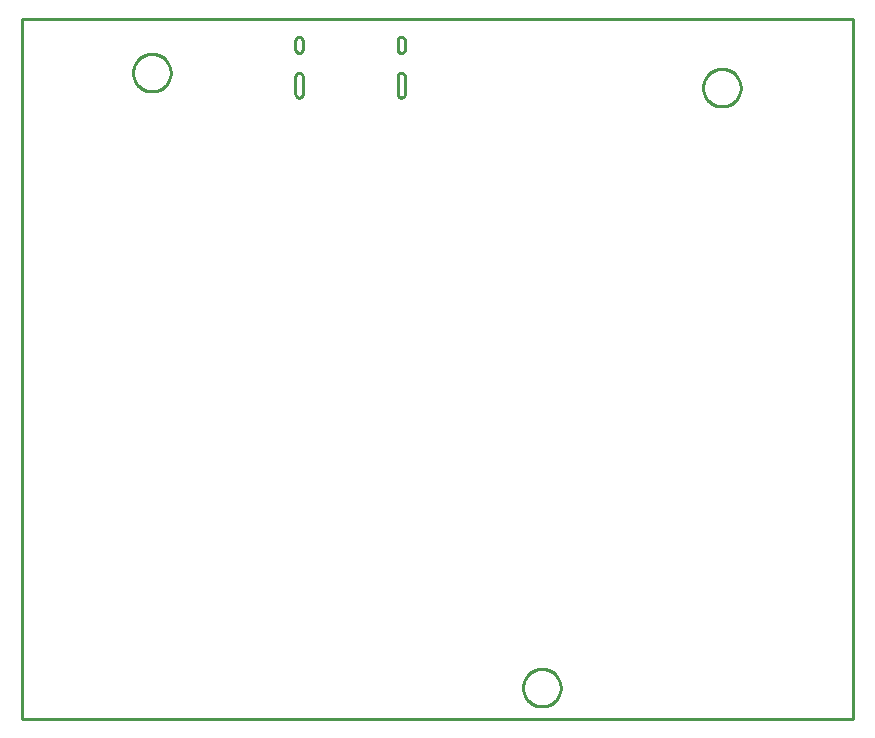
<source format=gko>
G04 EAGLE Gerber RS-274X export*
G75*
%MOMM*%
%FSLAX34Y34*%
%LPD*%
%INBoard Outline*%
%IPPOS*%
%AMOC8*
5,1,8,0,0,1.08239X$1,22.5*%
G01*
%ADD10C,0.000000*%
%ADD11C,0.010000*%
%ADD12C,0.254000*%


D10*
X0Y0D02*
X703000Y0D01*
X703000Y593000D01*
X0Y593000D01*
X0Y0D01*
X576425Y534400D02*
X576430Y534790D01*
X576444Y535179D01*
X576468Y535568D01*
X576501Y535956D01*
X576544Y536343D01*
X576597Y536729D01*
X576659Y537114D01*
X576730Y537497D01*
X576811Y537878D01*
X576901Y538257D01*
X577000Y538634D01*
X577109Y539008D01*
X577226Y539380D01*
X577353Y539748D01*
X577489Y540113D01*
X577633Y540475D01*
X577787Y540833D01*
X577949Y541187D01*
X578120Y541538D01*
X578299Y541883D01*
X578487Y542225D01*
X578684Y542561D01*
X578888Y542893D01*
X579100Y543220D01*
X579321Y543541D01*
X579549Y543857D01*
X579785Y544167D01*
X580028Y544471D01*
X580279Y544769D01*
X580537Y545061D01*
X580803Y545346D01*
X581075Y545625D01*
X581354Y545897D01*
X581639Y546163D01*
X581931Y546421D01*
X582229Y546672D01*
X582533Y546915D01*
X582843Y547151D01*
X583159Y547379D01*
X583480Y547600D01*
X583807Y547812D01*
X584139Y548016D01*
X584475Y548213D01*
X584817Y548401D01*
X585162Y548580D01*
X585513Y548751D01*
X585867Y548913D01*
X586225Y549067D01*
X586587Y549211D01*
X586952Y549347D01*
X587320Y549474D01*
X587692Y549591D01*
X588066Y549700D01*
X588443Y549799D01*
X588822Y549889D01*
X589203Y549970D01*
X589586Y550041D01*
X589971Y550103D01*
X590357Y550156D01*
X590744Y550199D01*
X591132Y550232D01*
X591521Y550256D01*
X591910Y550270D01*
X592300Y550275D01*
X592690Y550270D01*
X593079Y550256D01*
X593468Y550232D01*
X593856Y550199D01*
X594243Y550156D01*
X594629Y550103D01*
X595014Y550041D01*
X595397Y549970D01*
X595778Y549889D01*
X596157Y549799D01*
X596534Y549700D01*
X596908Y549591D01*
X597280Y549474D01*
X597648Y549347D01*
X598013Y549211D01*
X598375Y549067D01*
X598733Y548913D01*
X599087Y548751D01*
X599438Y548580D01*
X599783Y548401D01*
X600125Y548213D01*
X600461Y548016D01*
X600793Y547812D01*
X601120Y547600D01*
X601441Y547379D01*
X601757Y547151D01*
X602067Y546915D01*
X602371Y546672D01*
X602669Y546421D01*
X602961Y546163D01*
X603246Y545897D01*
X603525Y545625D01*
X603797Y545346D01*
X604063Y545061D01*
X604321Y544769D01*
X604572Y544471D01*
X604815Y544167D01*
X605051Y543857D01*
X605279Y543541D01*
X605500Y543220D01*
X605712Y542893D01*
X605916Y542561D01*
X606113Y542225D01*
X606301Y541883D01*
X606480Y541538D01*
X606651Y541187D01*
X606813Y540833D01*
X606967Y540475D01*
X607111Y540113D01*
X607247Y539748D01*
X607374Y539380D01*
X607491Y539008D01*
X607600Y538634D01*
X607699Y538257D01*
X607789Y537878D01*
X607870Y537497D01*
X607941Y537114D01*
X608003Y536729D01*
X608056Y536343D01*
X608099Y535956D01*
X608132Y535568D01*
X608156Y535179D01*
X608170Y534790D01*
X608175Y534400D01*
X608170Y534010D01*
X608156Y533621D01*
X608132Y533232D01*
X608099Y532844D01*
X608056Y532457D01*
X608003Y532071D01*
X607941Y531686D01*
X607870Y531303D01*
X607789Y530922D01*
X607699Y530543D01*
X607600Y530166D01*
X607491Y529792D01*
X607374Y529420D01*
X607247Y529052D01*
X607111Y528687D01*
X606967Y528325D01*
X606813Y527967D01*
X606651Y527613D01*
X606480Y527262D01*
X606301Y526917D01*
X606113Y526575D01*
X605916Y526239D01*
X605712Y525907D01*
X605500Y525580D01*
X605279Y525259D01*
X605051Y524943D01*
X604815Y524633D01*
X604572Y524329D01*
X604321Y524031D01*
X604063Y523739D01*
X603797Y523454D01*
X603525Y523175D01*
X603246Y522903D01*
X602961Y522637D01*
X602669Y522379D01*
X602371Y522128D01*
X602067Y521885D01*
X601757Y521649D01*
X601441Y521421D01*
X601120Y521200D01*
X600793Y520988D01*
X600461Y520784D01*
X600125Y520587D01*
X599783Y520399D01*
X599438Y520220D01*
X599087Y520049D01*
X598733Y519887D01*
X598375Y519733D01*
X598013Y519589D01*
X597648Y519453D01*
X597280Y519326D01*
X596908Y519209D01*
X596534Y519100D01*
X596157Y519001D01*
X595778Y518911D01*
X595397Y518830D01*
X595014Y518759D01*
X594629Y518697D01*
X594243Y518644D01*
X593856Y518601D01*
X593468Y518568D01*
X593079Y518544D01*
X592690Y518530D01*
X592300Y518525D01*
X591910Y518530D01*
X591521Y518544D01*
X591132Y518568D01*
X590744Y518601D01*
X590357Y518644D01*
X589971Y518697D01*
X589586Y518759D01*
X589203Y518830D01*
X588822Y518911D01*
X588443Y519001D01*
X588066Y519100D01*
X587692Y519209D01*
X587320Y519326D01*
X586952Y519453D01*
X586587Y519589D01*
X586225Y519733D01*
X585867Y519887D01*
X585513Y520049D01*
X585162Y520220D01*
X584817Y520399D01*
X584475Y520587D01*
X584139Y520784D01*
X583807Y520988D01*
X583480Y521200D01*
X583159Y521421D01*
X582843Y521649D01*
X582533Y521885D01*
X582229Y522128D01*
X581931Y522379D01*
X581639Y522637D01*
X581354Y522903D01*
X581075Y523175D01*
X580803Y523454D01*
X580537Y523739D01*
X580279Y524031D01*
X580028Y524329D01*
X579785Y524633D01*
X579549Y524943D01*
X579321Y525259D01*
X579100Y525580D01*
X578888Y525907D01*
X578684Y526239D01*
X578487Y526575D01*
X578299Y526917D01*
X578120Y527262D01*
X577949Y527613D01*
X577787Y527967D01*
X577633Y528325D01*
X577489Y528687D01*
X577353Y529052D01*
X577226Y529420D01*
X577109Y529792D01*
X577000Y530166D01*
X576901Y530543D01*
X576811Y530922D01*
X576730Y531303D01*
X576659Y531686D01*
X576597Y532071D01*
X576544Y532457D01*
X576501Y532844D01*
X576468Y533232D01*
X576444Y533621D01*
X576430Y534010D01*
X576425Y534400D01*
X93825Y547100D02*
X93830Y547490D01*
X93844Y547879D01*
X93868Y548268D01*
X93901Y548656D01*
X93944Y549043D01*
X93997Y549429D01*
X94059Y549814D01*
X94130Y550197D01*
X94211Y550578D01*
X94301Y550957D01*
X94400Y551334D01*
X94509Y551708D01*
X94626Y552080D01*
X94753Y552448D01*
X94889Y552813D01*
X95033Y553175D01*
X95187Y553533D01*
X95349Y553887D01*
X95520Y554238D01*
X95699Y554583D01*
X95887Y554925D01*
X96084Y555261D01*
X96288Y555593D01*
X96500Y555920D01*
X96721Y556241D01*
X96949Y556557D01*
X97185Y556867D01*
X97428Y557171D01*
X97679Y557469D01*
X97937Y557761D01*
X98203Y558046D01*
X98475Y558325D01*
X98754Y558597D01*
X99039Y558863D01*
X99331Y559121D01*
X99629Y559372D01*
X99933Y559615D01*
X100243Y559851D01*
X100559Y560079D01*
X100880Y560300D01*
X101207Y560512D01*
X101539Y560716D01*
X101875Y560913D01*
X102217Y561101D01*
X102562Y561280D01*
X102913Y561451D01*
X103267Y561613D01*
X103625Y561767D01*
X103987Y561911D01*
X104352Y562047D01*
X104720Y562174D01*
X105092Y562291D01*
X105466Y562400D01*
X105843Y562499D01*
X106222Y562589D01*
X106603Y562670D01*
X106986Y562741D01*
X107371Y562803D01*
X107757Y562856D01*
X108144Y562899D01*
X108532Y562932D01*
X108921Y562956D01*
X109310Y562970D01*
X109700Y562975D01*
X110090Y562970D01*
X110479Y562956D01*
X110868Y562932D01*
X111256Y562899D01*
X111643Y562856D01*
X112029Y562803D01*
X112414Y562741D01*
X112797Y562670D01*
X113178Y562589D01*
X113557Y562499D01*
X113934Y562400D01*
X114308Y562291D01*
X114680Y562174D01*
X115048Y562047D01*
X115413Y561911D01*
X115775Y561767D01*
X116133Y561613D01*
X116487Y561451D01*
X116838Y561280D01*
X117183Y561101D01*
X117525Y560913D01*
X117861Y560716D01*
X118193Y560512D01*
X118520Y560300D01*
X118841Y560079D01*
X119157Y559851D01*
X119467Y559615D01*
X119771Y559372D01*
X120069Y559121D01*
X120361Y558863D01*
X120646Y558597D01*
X120925Y558325D01*
X121197Y558046D01*
X121463Y557761D01*
X121721Y557469D01*
X121972Y557171D01*
X122215Y556867D01*
X122451Y556557D01*
X122679Y556241D01*
X122900Y555920D01*
X123112Y555593D01*
X123316Y555261D01*
X123513Y554925D01*
X123701Y554583D01*
X123880Y554238D01*
X124051Y553887D01*
X124213Y553533D01*
X124367Y553175D01*
X124511Y552813D01*
X124647Y552448D01*
X124774Y552080D01*
X124891Y551708D01*
X125000Y551334D01*
X125099Y550957D01*
X125189Y550578D01*
X125270Y550197D01*
X125341Y549814D01*
X125403Y549429D01*
X125456Y549043D01*
X125499Y548656D01*
X125532Y548268D01*
X125556Y547879D01*
X125570Y547490D01*
X125575Y547100D01*
X125570Y546710D01*
X125556Y546321D01*
X125532Y545932D01*
X125499Y545544D01*
X125456Y545157D01*
X125403Y544771D01*
X125341Y544386D01*
X125270Y544003D01*
X125189Y543622D01*
X125099Y543243D01*
X125000Y542866D01*
X124891Y542492D01*
X124774Y542120D01*
X124647Y541752D01*
X124511Y541387D01*
X124367Y541025D01*
X124213Y540667D01*
X124051Y540313D01*
X123880Y539962D01*
X123701Y539617D01*
X123513Y539275D01*
X123316Y538939D01*
X123112Y538607D01*
X122900Y538280D01*
X122679Y537959D01*
X122451Y537643D01*
X122215Y537333D01*
X121972Y537029D01*
X121721Y536731D01*
X121463Y536439D01*
X121197Y536154D01*
X120925Y535875D01*
X120646Y535603D01*
X120361Y535337D01*
X120069Y535079D01*
X119771Y534828D01*
X119467Y534585D01*
X119157Y534349D01*
X118841Y534121D01*
X118520Y533900D01*
X118193Y533688D01*
X117861Y533484D01*
X117525Y533287D01*
X117183Y533099D01*
X116838Y532920D01*
X116487Y532749D01*
X116133Y532587D01*
X115775Y532433D01*
X115413Y532289D01*
X115048Y532153D01*
X114680Y532026D01*
X114308Y531909D01*
X113934Y531800D01*
X113557Y531701D01*
X113178Y531611D01*
X112797Y531530D01*
X112414Y531459D01*
X112029Y531397D01*
X111643Y531344D01*
X111256Y531301D01*
X110868Y531268D01*
X110479Y531244D01*
X110090Y531230D01*
X109700Y531225D01*
X109310Y531230D01*
X108921Y531244D01*
X108532Y531268D01*
X108144Y531301D01*
X107757Y531344D01*
X107371Y531397D01*
X106986Y531459D01*
X106603Y531530D01*
X106222Y531611D01*
X105843Y531701D01*
X105466Y531800D01*
X105092Y531909D01*
X104720Y532026D01*
X104352Y532153D01*
X103987Y532289D01*
X103625Y532433D01*
X103267Y532587D01*
X102913Y532749D01*
X102562Y532920D01*
X102217Y533099D01*
X101875Y533287D01*
X101539Y533484D01*
X101207Y533688D01*
X100880Y533900D01*
X100559Y534121D01*
X100243Y534349D01*
X99933Y534585D01*
X99629Y534828D01*
X99331Y535079D01*
X99039Y535337D01*
X98754Y535603D01*
X98475Y535875D01*
X98203Y536154D01*
X97937Y536439D01*
X97679Y536731D01*
X97428Y537029D01*
X97185Y537333D01*
X96949Y537643D01*
X96721Y537959D01*
X96500Y538280D01*
X96288Y538607D01*
X96084Y538939D01*
X95887Y539275D01*
X95699Y539617D01*
X95520Y539962D01*
X95349Y540313D01*
X95187Y540667D01*
X95033Y541025D01*
X94889Y541387D01*
X94753Y541752D01*
X94626Y542120D01*
X94509Y542492D01*
X94400Y542866D01*
X94301Y543243D01*
X94211Y543622D01*
X94130Y544003D01*
X94059Y544386D01*
X93997Y544771D01*
X93944Y545157D01*
X93901Y545544D01*
X93868Y545932D01*
X93844Y546321D01*
X93830Y546710D01*
X93825Y547100D01*
X424025Y26400D02*
X424030Y26790D01*
X424044Y27179D01*
X424068Y27568D01*
X424101Y27956D01*
X424144Y28343D01*
X424197Y28729D01*
X424259Y29114D01*
X424330Y29497D01*
X424411Y29878D01*
X424501Y30257D01*
X424600Y30634D01*
X424709Y31008D01*
X424826Y31380D01*
X424953Y31748D01*
X425089Y32113D01*
X425233Y32475D01*
X425387Y32833D01*
X425549Y33187D01*
X425720Y33538D01*
X425899Y33883D01*
X426087Y34225D01*
X426284Y34561D01*
X426488Y34893D01*
X426700Y35220D01*
X426921Y35541D01*
X427149Y35857D01*
X427385Y36167D01*
X427628Y36471D01*
X427879Y36769D01*
X428137Y37061D01*
X428403Y37346D01*
X428675Y37625D01*
X428954Y37897D01*
X429239Y38163D01*
X429531Y38421D01*
X429829Y38672D01*
X430133Y38915D01*
X430443Y39151D01*
X430759Y39379D01*
X431080Y39600D01*
X431407Y39812D01*
X431739Y40016D01*
X432075Y40213D01*
X432417Y40401D01*
X432762Y40580D01*
X433113Y40751D01*
X433467Y40913D01*
X433825Y41067D01*
X434187Y41211D01*
X434552Y41347D01*
X434920Y41474D01*
X435292Y41591D01*
X435666Y41700D01*
X436043Y41799D01*
X436422Y41889D01*
X436803Y41970D01*
X437186Y42041D01*
X437571Y42103D01*
X437957Y42156D01*
X438344Y42199D01*
X438732Y42232D01*
X439121Y42256D01*
X439510Y42270D01*
X439900Y42275D01*
X440290Y42270D01*
X440679Y42256D01*
X441068Y42232D01*
X441456Y42199D01*
X441843Y42156D01*
X442229Y42103D01*
X442614Y42041D01*
X442997Y41970D01*
X443378Y41889D01*
X443757Y41799D01*
X444134Y41700D01*
X444508Y41591D01*
X444880Y41474D01*
X445248Y41347D01*
X445613Y41211D01*
X445975Y41067D01*
X446333Y40913D01*
X446687Y40751D01*
X447038Y40580D01*
X447383Y40401D01*
X447725Y40213D01*
X448061Y40016D01*
X448393Y39812D01*
X448720Y39600D01*
X449041Y39379D01*
X449357Y39151D01*
X449667Y38915D01*
X449971Y38672D01*
X450269Y38421D01*
X450561Y38163D01*
X450846Y37897D01*
X451125Y37625D01*
X451397Y37346D01*
X451663Y37061D01*
X451921Y36769D01*
X452172Y36471D01*
X452415Y36167D01*
X452651Y35857D01*
X452879Y35541D01*
X453100Y35220D01*
X453312Y34893D01*
X453516Y34561D01*
X453713Y34225D01*
X453901Y33883D01*
X454080Y33538D01*
X454251Y33187D01*
X454413Y32833D01*
X454567Y32475D01*
X454711Y32113D01*
X454847Y31748D01*
X454974Y31380D01*
X455091Y31008D01*
X455200Y30634D01*
X455299Y30257D01*
X455389Y29878D01*
X455470Y29497D01*
X455541Y29114D01*
X455603Y28729D01*
X455656Y28343D01*
X455699Y27956D01*
X455732Y27568D01*
X455756Y27179D01*
X455770Y26790D01*
X455775Y26400D01*
X455770Y26010D01*
X455756Y25621D01*
X455732Y25232D01*
X455699Y24844D01*
X455656Y24457D01*
X455603Y24071D01*
X455541Y23686D01*
X455470Y23303D01*
X455389Y22922D01*
X455299Y22543D01*
X455200Y22166D01*
X455091Y21792D01*
X454974Y21420D01*
X454847Y21052D01*
X454711Y20687D01*
X454567Y20325D01*
X454413Y19967D01*
X454251Y19613D01*
X454080Y19262D01*
X453901Y18917D01*
X453713Y18575D01*
X453516Y18239D01*
X453312Y17907D01*
X453100Y17580D01*
X452879Y17259D01*
X452651Y16943D01*
X452415Y16633D01*
X452172Y16329D01*
X451921Y16031D01*
X451663Y15739D01*
X451397Y15454D01*
X451125Y15175D01*
X450846Y14903D01*
X450561Y14637D01*
X450269Y14379D01*
X449971Y14128D01*
X449667Y13885D01*
X449357Y13649D01*
X449041Y13421D01*
X448720Y13200D01*
X448393Y12988D01*
X448061Y12784D01*
X447725Y12587D01*
X447383Y12399D01*
X447038Y12220D01*
X446687Y12049D01*
X446333Y11887D01*
X445975Y11733D01*
X445613Y11589D01*
X445248Y11453D01*
X444880Y11326D01*
X444508Y11209D01*
X444134Y11100D01*
X443757Y11001D01*
X443378Y10911D01*
X442997Y10830D01*
X442614Y10759D01*
X442229Y10697D01*
X441843Y10644D01*
X441456Y10601D01*
X441068Y10568D01*
X440679Y10544D01*
X440290Y10530D01*
X439900Y10525D01*
X439510Y10530D01*
X439121Y10544D01*
X438732Y10568D01*
X438344Y10601D01*
X437957Y10644D01*
X437571Y10697D01*
X437186Y10759D01*
X436803Y10830D01*
X436422Y10911D01*
X436043Y11001D01*
X435666Y11100D01*
X435292Y11209D01*
X434920Y11326D01*
X434552Y11453D01*
X434187Y11589D01*
X433825Y11733D01*
X433467Y11887D01*
X433113Y12049D01*
X432762Y12220D01*
X432417Y12399D01*
X432075Y12587D01*
X431739Y12784D01*
X431407Y12988D01*
X431080Y13200D01*
X430759Y13421D01*
X430443Y13649D01*
X430133Y13885D01*
X429829Y14128D01*
X429531Y14379D01*
X429239Y14637D01*
X428954Y14903D01*
X428675Y15175D01*
X428403Y15454D01*
X428137Y15739D01*
X427879Y16031D01*
X427628Y16329D01*
X427385Y16633D01*
X427149Y16943D01*
X426921Y17259D01*
X426700Y17580D01*
X426488Y17907D01*
X426284Y18239D01*
X426087Y18575D01*
X425899Y18917D01*
X425720Y19262D01*
X425549Y19613D01*
X425387Y19967D01*
X425233Y20325D01*
X425089Y20687D01*
X424953Y21052D01*
X424826Y21420D01*
X424709Y21792D01*
X424600Y22166D01*
X424501Y22543D01*
X424411Y22922D01*
X424330Y23303D01*
X424259Y23686D01*
X424197Y24071D01*
X424144Y24457D01*
X424101Y24844D01*
X424068Y25232D01*
X424044Y25621D01*
X424030Y26010D01*
X424025Y26400D01*
D11*
X317750Y566850D02*
X317750Y574350D01*
X323750Y574350D02*
X323750Y566850D01*
X323748Y566742D01*
X323742Y566634D01*
X323732Y566526D01*
X323719Y566418D01*
X323701Y566311D01*
X323680Y566205D01*
X323655Y566100D01*
X323626Y565995D01*
X323593Y565892D01*
X323557Y565790D01*
X323516Y565689D01*
X323473Y565590D01*
X323425Y565493D01*
X323375Y565397D01*
X323321Y565303D01*
X323263Y565212D01*
X323202Y565122D01*
X323138Y565034D01*
X323071Y564949D01*
X323001Y564867D01*
X322928Y564787D01*
X322852Y564710D01*
X322773Y564635D01*
X322692Y564564D01*
X322608Y564495D01*
X322522Y564429D01*
X322434Y564367D01*
X322343Y564308D01*
X322250Y564252D01*
X322155Y564199D01*
X322059Y564150D01*
X321960Y564105D01*
X321860Y564063D01*
X321759Y564025D01*
X321656Y563990D01*
X321553Y563959D01*
X321448Y563932D01*
X321342Y563909D01*
X321235Y563890D01*
X321128Y563874D01*
X321020Y563862D01*
X320912Y563854D01*
X320804Y563850D01*
X320696Y563850D01*
X320588Y563854D01*
X320480Y563862D01*
X320372Y563874D01*
X320265Y563890D01*
X320158Y563909D01*
X320052Y563932D01*
X319947Y563959D01*
X319844Y563990D01*
X319741Y564025D01*
X319640Y564063D01*
X319540Y564105D01*
X319441Y564150D01*
X319345Y564199D01*
X319250Y564252D01*
X319157Y564308D01*
X319066Y564367D01*
X318978Y564429D01*
X318892Y564495D01*
X318808Y564564D01*
X318727Y564635D01*
X318648Y564710D01*
X318572Y564787D01*
X318499Y564867D01*
X318429Y564949D01*
X318362Y565034D01*
X318298Y565122D01*
X318237Y565212D01*
X318179Y565303D01*
X318125Y565397D01*
X318075Y565493D01*
X318027Y565590D01*
X317984Y565689D01*
X317943Y565790D01*
X317907Y565892D01*
X317874Y565995D01*
X317845Y566100D01*
X317820Y566205D01*
X317799Y566311D01*
X317781Y566418D01*
X317768Y566526D01*
X317758Y566634D01*
X317752Y566742D01*
X317750Y566850D01*
X317750Y574350D02*
X317752Y574458D01*
X317758Y574566D01*
X317768Y574674D01*
X317781Y574782D01*
X317799Y574889D01*
X317820Y574995D01*
X317845Y575100D01*
X317874Y575205D01*
X317907Y575308D01*
X317943Y575410D01*
X317984Y575511D01*
X318027Y575610D01*
X318075Y575707D01*
X318125Y575803D01*
X318179Y575897D01*
X318237Y575988D01*
X318298Y576078D01*
X318362Y576166D01*
X318429Y576251D01*
X318499Y576333D01*
X318572Y576413D01*
X318648Y576490D01*
X318727Y576565D01*
X318808Y576636D01*
X318892Y576705D01*
X318978Y576771D01*
X319066Y576833D01*
X319157Y576892D01*
X319250Y576948D01*
X319345Y577001D01*
X319441Y577050D01*
X319540Y577095D01*
X319640Y577137D01*
X319741Y577175D01*
X319844Y577210D01*
X319947Y577241D01*
X320052Y577268D01*
X320158Y577291D01*
X320265Y577310D01*
X320372Y577326D01*
X320480Y577338D01*
X320588Y577346D01*
X320696Y577350D01*
X320804Y577350D01*
X320912Y577346D01*
X321020Y577338D01*
X321128Y577326D01*
X321235Y577310D01*
X321342Y577291D01*
X321448Y577268D01*
X321553Y577241D01*
X321656Y577210D01*
X321759Y577175D01*
X321860Y577137D01*
X321960Y577095D01*
X322059Y577050D01*
X322155Y577001D01*
X322250Y576948D01*
X322343Y576892D01*
X322434Y576833D01*
X322522Y576771D01*
X322608Y576705D01*
X322692Y576636D01*
X322773Y576565D01*
X322852Y576490D01*
X322928Y576413D01*
X323001Y576333D01*
X323071Y576251D01*
X323138Y576166D01*
X323202Y576078D01*
X323263Y575988D01*
X323321Y575897D01*
X323375Y575803D01*
X323425Y575707D01*
X323473Y575610D01*
X323516Y575511D01*
X323557Y575410D01*
X323593Y575308D01*
X323626Y575205D01*
X323655Y575100D01*
X323680Y574995D01*
X323701Y574889D01*
X323719Y574782D01*
X323732Y574674D01*
X323742Y574566D01*
X323748Y574458D01*
X323750Y574350D01*
X231250Y544050D02*
X231250Y529050D01*
X237250Y529050D02*
X237250Y544050D01*
X237250Y529050D02*
X237248Y528942D01*
X237242Y528834D01*
X237232Y528726D01*
X237219Y528618D01*
X237201Y528511D01*
X237180Y528405D01*
X237155Y528300D01*
X237126Y528195D01*
X237093Y528092D01*
X237057Y527990D01*
X237016Y527889D01*
X236973Y527790D01*
X236925Y527693D01*
X236875Y527597D01*
X236821Y527503D01*
X236763Y527412D01*
X236702Y527322D01*
X236638Y527234D01*
X236571Y527149D01*
X236501Y527067D01*
X236428Y526987D01*
X236352Y526910D01*
X236273Y526835D01*
X236192Y526764D01*
X236108Y526695D01*
X236022Y526629D01*
X235934Y526567D01*
X235843Y526508D01*
X235750Y526452D01*
X235655Y526399D01*
X235559Y526350D01*
X235460Y526305D01*
X235360Y526263D01*
X235259Y526225D01*
X235156Y526190D01*
X235053Y526159D01*
X234948Y526132D01*
X234842Y526109D01*
X234735Y526090D01*
X234628Y526074D01*
X234520Y526062D01*
X234412Y526054D01*
X234304Y526050D01*
X234196Y526050D01*
X234088Y526054D01*
X233980Y526062D01*
X233872Y526074D01*
X233765Y526090D01*
X233658Y526109D01*
X233552Y526132D01*
X233447Y526159D01*
X233344Y526190D01*
X233241Y526225D01*
X233140Y526263D01*
X233040Y526305D01*
X232941Y526350D01*
X232845Y526399D01*
X232750Y526452D01*
X232657Y526508D01*
X232566Y526567D01*
X232478Y526629D01*
X232392Y526695D01*
X232308Y526764D01*
X232227Y526835D01*
X232148Y526910D01*
X232072Y526987D01*
X231999Y527067D01*
X231929Y527149D01*
X231862Y527234D01*
X231798Y527322D01*
X231737Y527412D01*
X231679Y527503D01*
X231625Y527597D01*
X231575Y527693D01*
X231527Y527790D01*
X231484Y527889D01*
X231443Y527990D01*
X231407Y528092D01*
X231374Y528195D01*
X231345Y528300D01*
X231320Y528405D01*
X231299Y528511D01*
X231281Y528618D01*
X231268Y528726D01*
X231258Y528834D01*
X231252Y528942D01*
X231250Y529050D01*
X231250Y544050D02*
X231252Y544158D01*
X231258Y544266D01*
X231268Y544374D01*
X231281Y544482D01*
X231299Y544589D01*
X231320Y544695D01*
X231345Y544800D01*
X231374Y544905D01*
X231407Y545008D01*
X231443Y545110D01*
X231484Y545211D01*
X231527Y545310D01*
X231575Y545407D01*
X231625Y545503D01*
X231679Y545597D01*
X231737Y545688D01*
X231798Y545778D01*
X231862Y545866D01*
X231929Y545951D01*
X231999Y546033D01*
X232072Y546113D01*
X232148Y546190D01*
X232227Y546265D01*
X232308Y546336D01*
X232392Y546405D01*
X232478Y546471D01*
X232566Y546533D01*
X232657Y546592D01*
X232750Y546648D01*
X232845Y546701D01*
X232941Y546750D01*
X233040Y546795D01*
X233140Y546837D01*
X233241Y546875D01*
X233344Y546910D01*
X233447Y546941D01*
X233552Y546968D01*
X233658Y546991D01*
X233765Y547010D01*
X233872Y547026D01*
X233980Y547038D01*
X234088Y547046D01*
X234196Y547050D01*
X234304Y547050D01*
X234412Y547046D01*
X234520Y547038D01*
X234628Y547026D01*
X234735Y547010D01*
X234842Y546991D01*
X234948Y546968D01*
X235053Y546941D01*
X235156Y546910D01*
X235259Y546875D01*
X235360Y546837D01*
X235460Y546795D01*
X235559Y546750D01*
X235655Y546701D01*
X235750Y546648D01*
X235843Y546592D01*
X235934Y546533D01*
X236022Y546471D01*
X236108Y546405D01*
X236192Y546336D01*
X236273Y546265D01*
X236352Y546190D01*
X236428Y546113D01*
X236501Y546033D01*
X236571Y545951D01*
X236638Y545866D01*
X236702Y545778D01*
X236763Y545688D01*
X236821Y545597D01*
X236875Y545503D01*
X236925Y545407D01*
X236973Y545310D01*
X237016Y545211D01*
X237057Y545110D01*
X237093Y545008D01*
X237126Y544905D01*
X237155Y544800D01*
X237180Y544695D01*
X237201Y544589D01*
X237219Y544482D01*
X237232Y544374D01*
X237242Y544266D01*
X237248Y544158D01*
X237250Y544050D01*
X231250Y566850D02*
X231250Y574350D01*
X237250Y574350D02*
X237250Y566850D01*
X237248Y566742D01*
X237242Y566634D01*
X237232Y566526D01*
X237219Y566418D01*
X237201Y566311D01*
X237180Y566205D01*
X237155Y566100D01*
X237126Y565995D01*
X237093Y565892D01*
X237057Y565790D01*
X237016Y565689D01*
X236973Y565590D01*
X236925Y565493D01*
X236875Y565397D01*
X236821Y565303D01*
X236763Y565212D01*
X236702Y565122D01*
X236638Y565034D01*
X236571Y564949D01*
X236501Y564867D01*
X236428Y564787D01*
X236352Y564710D01*
X236273Y564635D01*
X236192Y564564D01*
X236108Y564495D01*
X236022Y564429D01*
X235934Y564367D01*
X235843Y564308D01*
X235750Y564252D01*
X235655Y564199D01*
X235559Y564150D01*
X235460Y564105D01*
X235360Y564063D01*
X235259Y564025D01*
X235156Y563990D01*
X235053Y563959D01*
X234948Y563932D01*
X234842Y563909D01*
X234735Y563890D01*
X234628Y563874D01*
X234520Y563862D01*
X234412Y563854D01*
X234304Y563850D01*
X234196Y563850D01*
X234088Y563854D01*
X233980Y563862D01*
X233872Y563874D01*
X233765Y563890D01*
X233658Y563909D01*
X233552Y563932D01*
X233447Y563959D01*
X233344Y563990D01*
X233241Y564025D01*
X233140Y564063D01*
X233040Y564105D01*
X232941Y564150D01*
X232845Y564199D01*
X232750Y564252D01*
X232657Y564308D01*
X232566Y564367D01*
X232478Y564429D01*
X232392Y564495D01*
X232308Y564564D01*
X232227Y564635D01*
X232148Y564710D01*
X232072Y564787D01*
X231999Y564867D01*
X231929Y564949D01*
X231862Y565034D01*
X231798Y565122D01*
X231737Y565212D01*
X231679Y565303D01*
X231625Y565397D01*
X231575Y565493D01*
X231527Y565590D01*
X231484Y565689D01*
X231443Y565790D01*
X231407Y565892D01*
X231374Y565995D01*
X231345Y566100D01*
X231320Y566205D01*
X231299Y566311D01*
X231281Y566418D01*
X231268Y566526D01*
X231258Y566634D01*
X231252Y566742D01*
X231250Y566850D01*
X231250Y574350D02*
X231252Y574458D01*
X231258Y574566D01*
X231268Y574674D01*
X231281Y574782D01*
X231299Y574889D01*
X231320Y574995D01*
X231345Y575100D01*
X231374Y575205D01*
X231407Y575308D01*
X231443Y575410D01*
X231484Y575511D01*
X231527Y575610D01*
X231575Y575707D01*
X231625Y575803D01*
X231679Y575897D01*
X231737Y575988D01*
X231798Y576078D01*
X231862Y576166D01*
X231929Y576251D01*
X231999Y576333D01*
X232072Y576413D01*
X232148Y576490D01*
X232227Y576565D01*
X232308Y576636D01*
X232392Y576705D01*
X232478Y576771D01*
X232566Y576833D01*
X232657Y576892D01*
X232750Y576948D01*
X232845Y577001D01*
X232941Y577050D01*
X233040Y577095D01*
X233140Y577137D01*
X233241Y577175D01*
X233344Y577210D01*
X233447Y577241D01*
X233552Y577268D01*
X233658Y577291D01*
X233765Y577310D01*
X233872Y577326D01*
X233980Y577338D01*
X234088Y577346D01*
X234196Y577350D01*
X234304Y577350D01*
X234412Y577346D01*
X234520Y577338D01*
X234628Y577326D01*
X234735Y577310D01*
X234842Y577291D01*
X234948Y577268D01*
X235053Y577241D01*
X235156Y577210D01*
X235259Y577175D01*
X235360Y577137D01*
X235460Y577095D01*
X235559Y577050D01*
X235655Y577001D01*
X235750Y576948D01*
X235843Y576892D01*
X235934Y576833D01*
X236022Y576771D01*
X236108Y576705D01*
X236192Y576636D01*
X236273Y576565D01*
X236352Y576490D01*
X236428Y576413D01*
X236501Y576333D01*
X236571Y576251D01*
X236638Y576166D01*
X236702Y576078D01*
X236763Y575988D01*
X236821Y575897D01*
X236875Y575803D01*
X236925Y575707D01*
X236973Y575610D01*
X237016Y575511D01*
X237057Y575410D01*
X237093Y575308D01*
X237126Y575205D01*
X237155Y575100D01*
X237180Y574995D01*
X237201Y574889D01*
X237219Y574782D01*
X237232Y574674D01*
X237242Y574566D01*
X237248Y574458D01*
X237250Y574350D01*
X317750Y544050D02*
X317750Y529050D01*
X323750Y529050D02*
X323750Y544050D01*
X323750Y529050D02*
X323748Y528942D01*
X323742Y528834D01*
X323732Y528726D01*
X323719Y528618D01*
X323701Y528511D01*
X323680Y528405D01*
X323655Y528300D01*
X323626Y528195D01*
X323593Y528092D01*
X323557Y527990D01*
X323516Y527889D01*
X323473Y527790D01*
X323425Y527693D01*
X323375Y527597D01*
X323321Y527503D01*
X323263Y527412D01*
X323202Y527322D01*
X323138Y527234D01*
X323071Y527149D01*
X323001Y527067D01*
X322928Y526987D01*
X322852Y526910D01*
X322773Y526835D01*
X322692Y526764D01*
X322608Y526695D01*
X322522Y526629D01*
X322434Y526567D01*
X322343Y526508D01*
X322250Y526452D01*
X322155Y526399D01*
X322059Y526350D01*
X321960Y526305D01*
X321860Y526263D01*
X321759Y526225D01*
X321656Y526190D01*
X321553Y526159D01*
X321448Y526132D01*
X321342Y526109D01*
X321235Y526090D01*
X321128Y526074D01*
X321020Y526062D01*
X320912Y526054D01*
X320804Y526050D01*
X320696Y526050D01*
X320588Y526054D01*
X320480Y526062D01*
X320372Y526074D01*
X320265Y526090D01*
X320158Y526109D01*
X320052Y526132D01*
X319947Y526159D01*
X319844Y526190D01*
X319741Y526225D01*
X319640Y526263D01*
X319540Y526305D01*
X319441Y526350D01*
X319345Y526399D01*
X319250Y526452D01*
X319157Y526508D01*
X319066Y526567D01*
X318978Y526629D01*
X318892Y526695D01*
X318808Y526764D01*
X318727Y526835D01*
X318648Y526910D01*
X318572Y526987D01*
X318499Y527067D01*
X318429Y527149D01*
X318362Y527234D01*
X318298Y527322D01*
X318237Y527412D01*
X318179Y527503D01*
X318125Y527597D01*
X318075Y527693D01*
X318027Y527790D01*
X317984Y527889D01*
X317943Y527990D01*
X317907Y528092D01*
X317874Y528195D01*
X317845Y528300D01*
X317820Y528405D01*
X317799Y528511D01*
X317781Y528618D01*
X317768Y528726D01*
X317758Y528834D01*
X317752Y528942D01*
X317750Y529050D01*
X317750Y544050D02*
X317752Y544158D01*
X317758Y544266D01*
X317768Y544374D01*
X317781Y544482D01*
X317799Y544589D01*
X317820Y544695D01*
X317845Y544800D01*
X317874Y544905D01*
X317907Y545008D01*
X317943Y545110D01*
X317984Y545211D01*
X318027Y545310D01*
X318075Y545407D01*
X318125Y545503D01*
X318179Y545597D01*
X318237Y545688D01*
X318298Y545778D01*
X318362Y545866D01*
X318429Y545951D01*
X318499Y546033D01*
X318572Y546113D01*
X318648Y546190D01*
X318727Y546265D01*
X318808Y546336D01*
X318892Y546405D01*
X318978Y546471D01*
X319066Y546533D01*
X319157Y546592D01*
X319250Y546648D01*
X319345Y546701D01*
X319441Y546750D01*
X319540Y546795D01*
X319640Y546837D01*
X319741Y546875D01*
X319844Y546910D01*
X319947Y546941D01*
X320052Y546968D01*
X320158Y546991D01*
X320265Y547010D01*
X320372Y547026D01*
X320480Y547038D01*
X320588Y547046D01*
X320696Y547050D01*
X320804Y547050D01*
X320912Y547046D01*
X321020Y547038D01*
X321128Y547026D01*
X321235Y547010D01*
X321342Y546991D01*
X321448Y546968D01*
X321553Y546941D01*
X321656Y546910D01*
X321759Y546875D01*
X321860Y546837D01*
X321960Y546795D01*
X322059Y546750D01*
X322155Y546701D01*
X322250Y546648D01*
X322343Y546592D01*
X322434Y546533D01*
X322522Y546471D01*
X322608Y546405D01*
X322692Y546336D01*
X322773Y546265D01*
X322852Y546190D01*
X322928Y546113D01*
X323001Y546033D01*
X323071Y545951D01*
X323138Y545866D01*
X323202Y545778D01*
X323263Y545688D01*
X323321Y545597D01*
X323375Y545503D01*
X323425Y545407D01*
X323473Y545310D01*
X323516Y545211D01*
X323557Y545110D01*
X323593Y545008D01*
X323626Y544905D01*
X323655Y544800D01*
X323680Y544695D01*
X323701Y544589D01*
X323719Y544482D01*
X323732Y544374D01*
X323742Y544266D01*
X323748Y544158D01*
X323750Y544050D01*
D12*
X0Y0D02*
X703000Y0D01*
X703000Y593000D01*
X0Y593000D01*
X0Y0D01*
X317750Y529050D02*
X317761Y528789D01*
X317796Y528529D01*
X317852Y528274D01*
X317931Y528024D01*
X318031Y527782D01*
X318152Y527550D01*
X318293Y527329D01*
X318452Y527122D01*
X318629Y526929D01*
X318822Y526752D01*
X319029Y526593D01*
X319250Y526452D01*
X319482Y526331D01*
X319724Y526231D01*
X319974Y526152D01*
X320229Y526096D01*
X320489Y526061D01*
X320750Y526050D01*
X321011Y526061D01*
X321271Y526096D01*
X321526Y526152D01*
X321776Y526231D01*
X322018Y526331D01*
X322250Y526452D01*
X322471Y526593D01*
X322678Y526752D01*
X322871Y526929D01*
X323048Y527122D01*
X323207Y527329D01*
X323348Y527550D01*
X323469Y527782D01*
X323569Y528024D01*
X323648Y528274D01*
X323704Y528529D01*
X323739Y528789D01*
X323750Y529050D01*
X323750Y544050D01*
X323739Y544311D01*
X323704Y544571D01*
X323648Y544826D01*
X323569Y545076D01*
X323469Y545318D01*
X323348Y545550D01*
X323207Y545771D01*
X323048Y545978D01*
X322871Y546171D01*
X322678Y546348D01*
X322471Y546507D01*
X322250Y546648D01*
X322018Y546769D01*
X321776Y546869D01*
X321526Y546948D01*
X321271Y547004D01*
X321011Y547039D01*
X320750Y547050D01*
X320489Y547039D01*
X320229Y547004D01*
X319974Y546948D01*
X319724Y546869D01*
X319482Y546769D01*
X319250Y546648D01*
X319029Y546507D01*
X318822Y546348D01*
X318629Y546171D01*
X318452Y545978D01*
X318293Y545771D01*
X318152Y545550D01*
X318031Y545318D01*
X317931Y545076D01*
X317852Y544826D01*
X317796Y544571D01*
X317761Y544311D01*
X317750Y544050D01*
X317750Y529050D01*
X231250Y566850D02*
X231261Y566589D01*
X231296Y566329D01*
X231352Y566074D01*
X231431Y565824D01*
X231531Y565582D01*
X231652Y565350D01*
X231793Y565129D01*
X231952Y564922D01*
X232129Y564729D01*
X232322Y564552D01*
X232529Y564393D01*
X232750Y564252D01*
X232982Y564131D01*
X233224Y564031D01*
X233474Y563952D01*
X233729Y563896D01*
X233989Y563861D01*
X234250Y563850D01*
X234511Y563861D01*
X234771Y563896D01*
X235026Y563952D01*
X235276Y564031D01*
X235518Y564131D01*
X235750Y564252D01*
X235971Y564393D01*
X236178Y564552D01*
X236371Y564729D01*
X236548Y564922D01*
X236707Y565129D01*
X236848Y565350D01*
X236969Y565582D01*
X237069Y565824D01*
X237148Y566074D01*
X237204Y566329D01*
X237239Y566589D01*
X237250Y566850D01*
X237250Y574350D01*
X237239Y574611D01*
X237204Y574871D01*
X237148Y575126D01*
X237069Y575376D01*
X236969Y575618D01*
X236848Y575850D01*
X236707Y576071D01*
X236548Y576278D01*
X236371Y576471D01*
X236178Y576648D01*
X235971Y576807D01*
X235750Y576948D01*
X235518Y577069D01*
X235276Y577169D01*
X235026Y577248D01*
X234771Y577304D01*
X234511Y577339D01*
X234250Y577350D01*
X233989Y577339D01*
X233729Y577304D01*
X233474Y577248D01*
X233224Y577169D01*
X232982Y577069D01*
X232750Y576948D01*
X232529Y576807D01*
X232322Y576648D01*
X232129Y576471D01*
X231952Y576278D01*
X231793Y576071D01*
X231652Y575850D01*
X231531Y575618D01*
X231431Y575376D01*
X231352Y575126D01*
X231296Y574871D01*
X231261Y574611D01*
X231250Y574350D01*
X231250Y566850D01*
X317750Y566850D02*
X317761Y566589D01*
X317796Y566329D01*
X317852Y566074D01*
X317931Y565824D01*
X318031Y565582D01*
X318152Y565350D01*
X318293Y565129D01*
X318452Y564922D01*
X318629Y564729D01*
X318822Y564552D01*
X319029Y564393D01*
X319250Y564252D01*
X319482Y564131D01*
X319724Y564031D01*
X319974Y563952D01*
X320229Y563896D01*
X320489Y563861D01*
X320750Y563850D01*
X321011Y563861D01*
X321271Y563896D01*
X321526Y563952D01*
X321776Y564031D01*
X322018Y564131D01*
X322250Y564252D01*
X322471Y564393D01*
X322678Y564552D01*
X322871Y564729D01*
X323048Y564922D01*
X323207Y565129D01*
X323348Y565350D01*
X323469Y565582D01*
X323569Y565824D01*
X323648Y566074D01*
X323704Y566329D01*
X323739Y566589D01*
X323750Y566850D01*
X323750Y574350D01*
X323739Y574611D01*
X323704Y574871D01*
X323648Y575126D01*
X323569Y575376D01*
X323469Y575618D01*
X323348Y575850D01*
X323207Y576071D01*
X323048Y576278D01*
X322871Y576471D01*
X322678Y576648D01*
X322471Y576807D01*
X322250Y576948D01*
X322018Y577069D01*
X321776Y577169D01*
X321526Y577248D01*
X321271Y577304D01*
X321011Y577339D01*
X320750Y577350D01*
X320489Y577339D01*
X320229Y577304D01*
X319974Y577248D01*
X319724Y577169D01*
X319482Y577069D01*
X319250Y576948D01*
X319029Y576807D01*
X318822Y576648D01*
X318629Y576471D01*
X318452Y576278D01*
X318293Y576071D01*
X318152Y575850D01*
X318031Y575618D01*
X317931Y575376D01*
X317852Y575126D01*
X317796Y574871D01*
X317761Y574611D01*
X317750Y574350D01*
X317750Y566850D01*
X231250Y529050D02*
X231261Y528789D01*
X231296Y528529D01*
X231352Y528274D01*
X231431Y528024D01*
X231531Y527782D01*
X231652Y527550D01*
X231793Y527329D01*
X231952Y527122D01*
X232129Y526929D01*
X232322Y526752D01*
X232529Y526593D01*
X232750Y526452D01*
X232982Y526331D01*
X233224Y526231D01*
X233474Y526152D01*
X233729Y526096D01*
X233989Y526061D01*
X234250Y526050D01*
X234511Y526061D01*
X234771Y526096D01*
X235026Y526152D01*
X235276Y526231D01*
X235518Y526331D01*
X235750Y526452D01*
X235971Y526593D01*
X236178Y526752D01*
X236371Y526929D01*
X236548Y527122D01*
X236707Y527329D01*
X236848Y527550D01*
X236969Y527782D01*
X237069Y528024D01*
X237148Y528274D01*
X237204Y528529D01*
X237239Y528789D01*
X237250Y529050D01*
X237250Y544050D01*
X237239Y544311D01*
X237204Y544571D01*
X237148Y544826D01*
X237069Y545076D01*
X236969Y545318D01*
X236848Y545550D01*
X236707Y545771D01*
X236548Y545978D01*
X236371Y546171D01*
X236178Y546348D01*
X235971Y546507D01*
X235750Y546648D01*
X235518Y546769D01*
X235276Y546869D01*
X235026Y546948D01*
X234771Y547004D01*
X234511Y547039D01*
X234250Y547050D01*
X233989Y547039D01*
X233729Y547004D01*
X233474Y546948D01*
X233224Y546869D01*
X232982Y546769D01*
X232750Y546648D01*
X232529Y546507D01*
X232322Y546348D01*
X232129Y546171D01*
X231952Y545978D01*
X231793Y545771D01*
X231652Y545550D01*
X231531Y545318D01*
X231431Y545076D01*
X231352Y544826D01*
X231296Y544571D01*
X231261Y544311D01*
X231250Y544050D01*
X231250Y529050D01*
X608175Y533880D02*
X608107Y532843D01*
X607971Y531813D01*
X607769Y530793D01*
X607500Y529789D01*
X607165Y528805D01*
X606768Y527845D01*
X606308Y526913D01*
X605788Y526012D01*
X605211Y525148D01*
X604578Y524324D01*
X603893Y523542D01*
X603158Y522807D01*
X602376Y522122D01*
X601552Y521489D01*
X600688Y520912D01*
X599787Y520392D01*
X598855Y519932D01*
X597895Y519535D01*
X596911Y519200D01*
X595907Y518931D01*
X594887Y518729D01*
X593857Y518593D01*
X592820Y518525D01*
X591780Y518525D01*
X590743Y518593D01*
X589713Y518729D01*
X588693Y518931D01*
X587689Y519200D01*
X586705Y519535D01*
X585745Y519932D01*
X584813Y520392D01*
X583912Y520912D01*
X583048Y521489D01*
X582224Y522122D01*
X581442Y522807D01*
X580707Y523542D01*
X580022Y524324D01*
X579389Y525148D01*
X578812Y526012D01*
X578292Y526913D01*
X577832Y527845D01*
X577435Y528805D01*
X577100Y529789D01*
X576831Y530793D01*
X576629Y531813D01*
X576493Y532843D01*
X576425Y533880D01*
X576425Y534920D01*
X576493Y535957D01*
X576629Y536987D01*
X576831Y538007D01*
X577100Y539011D01*
X577435Y539995D01*
X577832Y540955D01*
X578292Y541887D01*
X578812Y542788D01*
X579389Y543652D01*
X580022Y544476D01*
X580707Y545258D01*
X581442Y545993D01*
X582224Y546678D01*
X583048Y547311D01*
X583912Y547888D01*
X584813Y548408D01*
X585745Y548868D01*
X586705Y549265D01*
X587689Y549600D01*
X588693Y549869D01*
X589713Y550071D01*
X590743Y550207D01*
X591780Y550275D01*
X592820Y550275D01*
X593857Y550207D01*
X594887Y550071D01*
X595907Y549869D01*
X596911Y549600D01*
X597895Y549265D01*
X598855Y548868D01*
X599787Y548408D01*
X600688Y547888D01*
X601552Y547311D01*
X602376Y546678D01*
X603158Y545993D01*
X603893Y545258D01*
X604578Y544476D01*
X605211Y543652D01*
X605788Y542788D01*
X606308Y541887D01*
X606768Y540955D01*
X607165Y539995D01*
X607500Y539011D01*
X607769Y538007D01*
X607971Y536987D01*
X608107Y535957D01*
X608175Y534920D01*
X608175Y533880D01*
X125575Y546580D02*
X125507Y545543D01*
X125371Y544513D01*
X125169Y543493D01*
X124900Y542489D01*
X124565Y541505D01*
X124168Y540545D01*
X123708Y539613D01*
X123188Y538712D01*
X122611Y537848D01*
X121978Y537024D01*
X121293Y536242D01*
X120558Y535507D01*
X119776Y534822D01*
X118952Y534189D01*
X118088Y533612D01*
X117187Y533092D01*
X116255Y532632D01*
X115295Y532235D01*
X114311Y531900D01*
X113307Y531631D01*
X112287Y531429D01*
X111257Y531293D01*
X110220Y531225D01*
X109180Y531225D01*
X108143Y531293D01*
X107113Y531429D01*
X106093Y531631D01*
X105089Y531900D01*
X104105Y532235D01*
X103145Y532632D01*
X102213Y533092D01*
X101312Y533612D01*
X100448Y534189D01*
X99624Y534822D01*
X98842Y535507D01*
X98107Y536242D01*
X97422Y537024D01*
X96789Y537848D01*
X96212Y538712D01*
X95692Y539613D01*
X95232Y540545D01*
X94835Y541505D01*
X94500Y542489D01*
X94231Y543493D01*
X94029Y544513D01*
X93893Y545543D01*
X93825Y546580D01*
X93825Y547620D01*
X93893Y548657D01*
X94029Y549687D01*
X94231Y550707D01*
X94500Y551711D01*
X94835Y552695D01*
X95232Y553655D01*
X95692Y554587D01*
X96212Y555488D01*
X96789Y556352D01*
X97422Y557176D01*
X98107Y557958D01*
X98842Y558693D01*
X99624Y559378D01*
X100448Y560011D01*
X101312Y560588D01*
X102213Y561108D01*
X103145Y561568D01*
X104105Y561965D01*
X105089Y562300D01*
X106093Y562569D01*
X107113Y562771D01*
X108143Y562907D01*
X109180Y562975D01*
X110220Y562975D01*
X111257Y562907D01*
X112287Y562771D01*
X113307Y562569D01*
X114311Y562300D01*
X115295Y561965D01*
X116255Y561568D01*
X117187Y561108D01*
X118088Y560588D01*
X118952Y560011D01*
X119776Y559378D01*
X120558Y558693D01*
X121293Y557958D01*
X121978Y557176D01*
X122611Y556352D01*
X123188Y555488D01*
X123708Y554587D01*
X124168Y553655D01*
X124565Y552695D01*
X124900Y551711D01*
X125169Y550707D01*
X125371Y549687D01*
X125507Y548657D01*
X125575Y547620D01*
X125575Y546580D01*
X455775Y25880D02*
X455707Y24843D01*
X455571Y23813D01*
X455369Y22793D01*
X455100Y21789D01*
X454765Y20805D01*
X454368Y19845D01*
X453908Y18913D01*
X453388Y18012D01*
X452811Y17148D01*
X452178Y16324D01*
X451493Y15542D01*
X450758Y14807D01*
X449976Y14122D01*
X449152Y13489D01*
X448288Y12912D01*
X447387Y12392D01*
X446455Y11932D01*
X445495Y11535D01*
X444511Y11200D01*
X443507Y10931D01*
X442487Y10729D01*
X441457Y10593D01*
X440420Y10525D01*
X439380Y10525D01*
X438343Y10593D01*
X437313Y10729D01*
X436293Y10931D01*
X435289Y11200D01*
X434305Y11535D01*
X433345Y11932D01*
X432413Y12392D01*
X431512Y12912D01*
X430648Y13489D01*
X429824Y14122D01*
X429042Y14807D01*
X428307Y15542D01*
X427622Y16324D01*
X426989Y17148D01*
X426412Y18012D01*
X425892Y18913D01*
X425432Y19845D01*
X425035Y20805D01*
X424700Y21789D01*
X424431Y22793D01*
X424229Y23813D01*
X424093Y24843D01*
X424025Y25880D01*
X424025Y26920D01*
X424093Y27957D01*
X424229Y28987D01*
X424431Y30007D01*
X424700Y31011D01*
X425035Y31995D01*
X425432Y32955D01*
X425892Y33887D01*
X426412Y34788D01*
X426989Y35652D01*
X427622Y36476D01*
X428307Y37258D01*
X429042Y37993D01*
X429824Y38678D01*
X430648Y39311D01*
X431512Y39888D01*
X432413Y40408D01*
X433345Y40868D01*
X434305Y41265D01*
X435289Y41600D01*
X436293Y41869D01*
X437313Y42071D01*
X438343Y42207D01*
X439380Y42275D01*
X440420Y42275D01*
X441457Y42207D01*
X442487Y42071D01*
X443507Y41869D01*
X444511Y41600D01*
X445495Y41265D01*
X446455Y40868D01*
X447387Y40408D01*
X448288Y39888D01*
X449152Y39311D01*
X449976Y38678D01*
X450758Y37993D01*
X451493Y37258D01*
X452178Y36476D01*
X452811Y35652D01*
X453388Y34788D01*
X453908Y33887D01*
X454368Y32955D01*
X454765Y31995D01*
X455100Y31011D01*
X455369Y30007D01*
X455571Y28987D01*
X455707Y27957D01*
X455775Y26920D01*
X455775Y25880D01*
M02*

</source>
